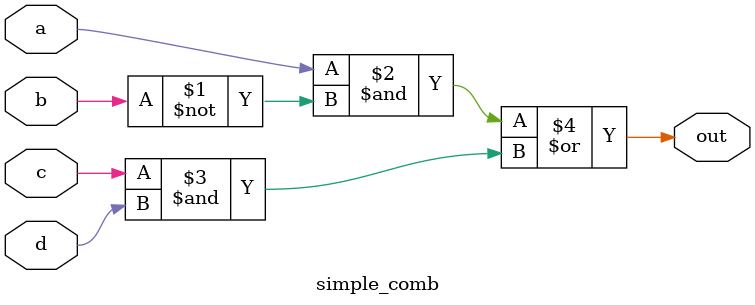
<source format=v>
module simple_comb(
    input a,
    input b,
    input c,
    input d,
    output out
);
    assign out = (a & (~ b)) | (c & d);
endmodule

</source>
